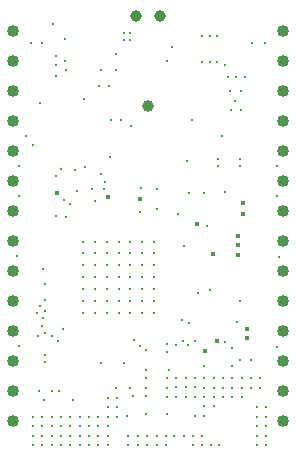
<source format=gbr>
G04 Generated by Ultiboard 11.0 *
%FSLAX25Y25*%
%MOIN*%

%ADD10C,0.00787*%
%ADD11C,0.01500*%
%ADD12C,0.01200*%
%ADD13C,0.01181*%
%ADD14C,0.04016*%
%ADD15C,0.03900*%


G04 ColorRGB 000000 for the following layer *
%LNDrill-Copper Top-Copper Bottom*%
%LPD*%
%FSLAX25Y25*%
%MOIN*%
G54D10*
X1250Y-75000D03*
X36875Y-625D03*
X39063Y-625D03*
X68125Y-1562D03*
X62813Y-1562D03*
X65625Y-1562D03*
X31563Y-125312D03*
X34688Y-125312D03*
X66875Y-125000D03*
X63750Y-125000D03*
X84375Y-125312D03*
X81250Y-125312D03*
X63750Y-128125D03*
X63125Y-135000D03*
X63125Y-137812D03*
X31563Y-128437D03*
X31563Y-137812D03*
X31563Y-134687D03*
X31563Y-131562D03*
X15938Y-128437D03*
X15938Y-137812D03*
X15938Y-134687D03*
X15938Y-131562D03*
X6563Y-128437D03*
X6563Y-137812D03*
X6563Y-134687D03*
X6563Y-131562D03*
X12813Y-128437D03*
X9688Y-128437D03*
X12813Y-137812D03*
X12813Y-134687D03*
X12813Y-131562D03*
X9688Y-137812D03*
X9688Y-134687D03*
X9688Y-131562D03*
X22188Y-128437D03*
X22188Y-137812D03*
X22188Y-134687D03*
X22188Y-131562D03*
X19063Y-128437D03*
X19063Y-137812D03*
X19063Y-134687D03*
X19063Y-131562D03*
X28438Y-128437D03*
X25313Y-128437D03*
X28438Y-137812D03*
X28438Y-134687D03*
X28438Y-131562D03*
X25313Y-137812D03*
X25313Y-134687D03*
X25313Y-131562D03*
X47813Y-135000D03*
X47813Y-137812D03*
X37813Y-128125D03*
X38438Y-137812D03*
X38438Y-135000D03*
X34688Y-128437D03*
X44688Y-135000D03*
X44688Y-137812D03*
X41563Y-137812D03*
X41563Y-135000D03*
X44375Y-127500D03*
X53750Y-135000D03*
X50938Y-135000D03*
X50938Y-137812D03*
X51250Y-127500D03*
X60625Y-128125D03*
X60000Y-135000D03*
X56875Y-135000D03*
X60000Y-137812D03*
X68750Y-137812D03*
X65938Y-137812D03*
X84375Y-128437D03*
X84375Y-137812D03*
X84375Y-134687D03*
X84375Y-131562D03*
X81250Y-137812D03*
X81250Y-134687D03*
X81250Y-131562D03*
X81250Y-128437D03*
X63750Y-121875D03*
X63750Y-115625D03*
X63750Y-118750D03*
X61725Y-87032D03*
X63750Y-53750D03*
X63125Y-10312D03*
X63600Y-111407D03*
X14375Y-61562D03*
X17500Y-61875D03*
X31563Y-122187D03*
X31220Y-85807D03*
X31220Y-81870D03*
X31220Y-70059D03*
X31220Y-73996D03*
X31220Y-77933D03*
X31220Y-89744D03*
X31220Y-93681D03*
X9882Y-95647D03*
X7975Y-93907D03*
X10475Y-93282D03*
X27283Y-93681D03*
X23346Y-93681D03*
X16725Y-99220D03*
X15039Y-103031D03*
X15313Y-120000D03*
X10625Y-110312D03*
X13125Y-120000D03*
X8750Y-120000D03*
X10313Y-122812D03*
X1875Y-105000D03*
X9569Y-98147D03*
X13125Y-101562D03*
X10625Y-107812D03*
X8438Y-101562D03*
X10625Y-100625D03*
X29375Y-110625D03*
X20000Y-122812D03*
X10000Y-79062D03*
X10475Y-84220D03*
X10475Y-89532D03*
X8912Y-91407D03*
X27283Y-77933D03*
X23346Y-77933D03*
X27283Y-85807D03*
X23346Y-85807D03*
X27283Y-81870D03*
X23346Y-81870D03*
X27283Y-89744D03*
X23346Y-89744D03*
X27283Y-70059D03*
X27283Y-73996D03*
X23346Y-70059D03*
X23346Y-73996D03*
X46969Y-93681D03*
X35157Y-93681D03*
X39094Y-93681D03*
X43032Y-93681D03*
X36914Y-110531D03*
X34688Y-122187D03*
X44375Y-112812D03*
X44375Y-121562D03*
X44375Y-118750D03*
X44375Y-115625D03*
X40000Y-121562D03*
X34375Y-118745D03*
X39063Y-118757D03*
X44375Y-106250D03*
X42188Y-105000D03*
X40295Y-102766D03*
X51875Y-112812D03*
X51250Y-121875D03*
X51250Y-118750D03*
X51250Y-115625D03*
X60625Y-121875D03*
X60625Y-115625D03*
X60625Y-118437D03*
X57500Y-115625D03*
X54375Y-115625D03*
X57500Y-118437D03*
X54375Y-118437D03*
X57500Y-121875D03*
X54375Y-121875D03*
X51250Y-104063D03*
X51250Y-106875D03*
X58632Y-97210D03*
X60787Y-103282D03*
X58438Y-104375D03*
X56602Y-103031D03*
X54375Y-104375D03*
X56250Y-96250D03*
X46969Y-85807D03*
X46969Y-89744D03*
X46969Y-70059D03*
X46969Y-81870D03*
X46969Y-73996D03*
X46969Y-77933D03*
X35157Y-77933D03*
X43032Y-77933D03*
X39094Y-77933D03*
X35157Y-85807D03*
X39094Y-85807D03*
X43032Y-85807D03*
X35157Y-81870D03*
X43032Y-81870D03*
X39094Y-81870D03*
X35157Y-89744D03*
X39094Y-89744D03*
X43032Y-89744D03*
X35157Y-70059D03*
X35157Y-73996D03*
X43032Y-70059D03*
X43032Y-73996D03*
X39094Y-70059D03*
X39094Y-73996D03*
X57037Y-71407D03*
X30664Y-50219D03*
X30313Y-52500D03*
X32188Y-41875D03*
X31900Y-18125D03*
X32500Y-29375D03*
X14375Y-48125D03*
X15938Y-45937D03*
X16875Y-56250D03*
X1875Y-55000D03*
X4375Y-35000D03*
X6563Y-37812D03*
X1875Y-45000D03*
X20625Y-46250D03*
X29375Y-47500D03*
X21250Y-53125D03*
X19063Y-57500D03*
X26250Y-52500D03*
X27188Y-56562D03*
X24063Y-45313D03*
X17188Y-2500D03*
X14375Y-8125D03*
X14375Y-15000D03*
X14375Y-11250D03*
X9063Y-23750D03*
X5938Y-3750D03*
X9688Y-3750D03*
X23750Y-22500D03*
X17662Y-12970D03*
X17350Y-9845D03*
X29225Y-12970D03*
X39375Y-31562D03*
X48125Y-59062D03*
X48125Y-52500D03*
X42500Y-52187D03*
X42188Y-60313D03*
X58750Y-53750D03*
X55039Y-60844D03*
X57975Y-43282D03*
X35938Y-29375D03*
X36875Y-2812D03*
X34375Y-12812D03*
X34375Y-7500D03*
X39063Y-2812D03*
X59688Y-29375D03*
X51299Y-9843D03*
X52813Y-5180D03*
X79375Y-109375D03*
X79375Y-118750D03*
X79375Y-115625D03*
X75625Y-109375D03*
X72977Y-111398D03*
X70000Y-121875D03*
X70000Y-115625D03*
X70000Y-118750D03*
X66875Y-121875D03*
X66875Y-115625D03*
X66875Y-118750D03*
X76250Y-121875D03*
X76250Y-115625D03*
X76250Y-118750D03*
X73125Y-121875D03*
X73125Y-115625D03*
X73125Y-118750D03*
X74537Y-96720D03*
X72975Y-105470D03*
X70625Y-103438D03*
X82188Y-118750D03*
X82188Y-115625D03*
X88120Y-105271D03*
X65625Y-86250D03*
X75625Y-90000D03*
X64688Y-64687D03*
X88504Y-75098D03*
X70664Y-53656D03*
X69688Y-34687D03*
X68438Y-42500D03*
X68438Y-45000D03*
X75625Y-42500D03*
X75625Y-45000D03*
X87813Y-55000D03*
X88125Y-45000D03*
X79688Y-3750D03*
X77188Y-15312D03*
X74375Y-15312D03*
X71563Y-15312D03*
X68125Y-10312D03*
X65625Y-10312D03*
X70625Y-11250D03*
X84063Y-3750D03*
X13438Y2406D03*
G54D11*
X61412Y-64220D03*
X64063Y-106563D03*
X31563Y-55313D03*
X14688Y-53750D03*
X42188Y-55938D03*
X77813Y-99063D03*
X77813Y-102188D03*
X67852Y-103031D03*
X66563Y-74063D03*
X75000Y-68125D03*
X75000Y-74375D03*
X75000Y-71250D03*
X76563Y-57188D03*
X76563Y-60938D03*
G54D12*
X28750Y-18125D03*
G54D13*
X75922Y-19892D03*
X72172Y-19892D03*
X75922Y-26142D03*
X74047Y-23017D03*
X72485Y-26142D03*
G54D14*
X0Y0D03*
X0Y-130000D03*
X0Y-60000D03*
X0Y-110000D03*
X0Y-120000D03*
X0Y-100000D03*
X0Y-80000D03*
X0Y-90000D03*
X0Y-70000D03*
X0Y-30000D03*
X0Y-50000D03*
X0Y-40000D03*
X0Y-20000D03*
X0Y-10000D03*
X90000Y0D03*
X90000Y-130000D03*
X90000Y-60000D03*
X90000Y-110000D03*
X90000Y-120000D03*
X90000Y-100000D03*
X90000Y-80000D03*
X90000Y-90000D03*
X90000Y-70000D03*
X90000Y-30000D03*
X90000Y-50000D03*
X90000Y-40000D03*
X90000Y-20000D03*
X90000Y-10000D03*
G54D15*
X45000Y-25000D03*
X49000Y5000D03*
X41000Y5000D03*

M00*

</source>
